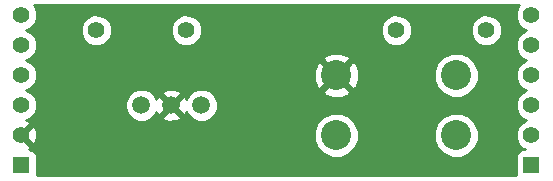
<source format=gbl>
G04 (created by PCBNEW (2013-jul-07)-stable) date Thu 18 Dec 2014 12:40:28 PM EET*
%MOIN*%
G04 Gerber Fmt 3.4, Leading zero omitted, Abs format*
%FSLAX34Y34*%
G01*
G70*
G90*
G04 APERTURE LIST*
%ADD10C,0.00590551*%
%ADD11C,0.0590551*%
%ADD12C,0.1*%
%ADD13C,0.055*%
%ADD14R,0.055X0.055*%
%ADD15C,0.01*%
G04 APERTURE END LIST*
G54D10*
G54D11*
X76000Y-57000D03*
X77000Y-57000D03*
X75000Y-57000D03*
G54D12*
X81500Y-56000D03*
X85500Y-58000D03*
X85500Y-56000D03*
X81500Y-58000D03*
G54D13*
X76500Y-54500D03*
X73500Y-54500D03*
X86500Y-54500D03*
X83500Y-54500D03*
G54D14*
X71000Y-59000D03*
G54D13*
X71000Y-58000D03*
X71000Y-57000D03*
X71000Y-56000D03*
X71000Y-55000D03*
X71000Y-54000D03*
G54D14*
X88000Y-59000D03*
G54D13*
X88000Y-58000D03*
X88000Y-57000D03*
X88000Y-56000D03*
X88000Y-55000D03*
X88000Y-54000D03*
G54D10*
G36*
X87835Y-57500D02*
X87703Y-57554D01*
X87555Y-57702D01*
X87475Y-57895D01*
X87474Y-58103D01*
X87554Y-58297D01*
X87702Y-58444D01*
X87774Y-58474D01*
X87675Y-58474D01*
X87583Y-58512D01*
X87513Y-58583D01*
X87475Y-58675D01*
X87474Y-58774D01*
X87474Y-59324D01*
X87477Y-59330D01*
X87025Y-59330D01*
X87025Y-54396D01*
X86945Y-54203D01*
X86797Y-54055D01*
X86604Y-53975D01*
X86396Y-53974D01*
X86203Y-54054D01*
X86055Y-54202D01*
X85975Y-54395D01*
X85974Y-54603D01*
X86054Y-54797D01*
X86202Y-54944D01*
X86395Y-55024D01*
X86603Y-55025D01*
X86797Y-54945D01*
X86944Y-54797D01*
X87024Y-54604D01*
X87025Y-54396D01*
X87025Y-59330D01*
X86250Y-59330D01*
X86250Y-57851D01*
X86250Y-55851D01*
X86136Y-55575D01*
X85925Y-55364D01*
X85649Y-55250D01*
X85351Y-55249D01*
X85075Y-55363D01*
X84864Y-55574D01*
X84750Y-55850D01*
X84749Y-56148D01*
X84863Y-56424D01*
X85074Y-56635D01*
X85350Y-56749D01*
X85648Y-56750D01*
X85924Y-56636D01*
X86135Y-56425D01*
X86249Y-56149D01*
X86250Y-55851D01*
X86250Y-57851D01*
X86136Y-57575D01*
X85925Y-57364D01*
X85649Y-57250D01*
X85351Y-57249D01*
X85075Y-57363D01*
X84864Y-57574D01*
X84750Y-57850D01*
X84749Y-58148D01*
X84863Y-58424D01*
X85074Y-58635D01*
X85350Y-58749D01*
X85648Y-58750D01*
X85924Y-58636D01*
X86135Y-58425D01*
X86249Y-58149D01*
X86250Y-57851D01*
X86250Y-59330D01*
X84025Y-59330D01*
X84025Y-54396D01*
X83945Y-54203D01*
X83797Y-54055D01*
X83604Y-53975D01*
X83396Y-53974D01*
X83203Y-54054D01*
X83055Y-54202D01*
X82975Y-54395D01*
X82974Y-54603D01*
X83054Y-54797D01*
X83202Y-54944D01*
X83395Y-55024D01*
X83603Y-55025D01*
X83797Y-54945D01*
X83944Y-54797D01*
X84024Y-54604D01*
X84025Y-54396D01*
X84025Y-59330D01*
X82253Y-59330D01*
X82253Y-56129D01*
X82245Y-55831D01*
X82146Y-55591D01*
X82030Y-55540D01*
X81959Y-55610D01*
X81959Y-55469D01*
X81908Y-55353D01*
X81629Y-55246D01*
X81331Y-55254D01*
X81091Y-55353D01*
X81040Y-55469D01*
X81500Y-55929D01*
X81959Y-55469D01*
X81959Y-55610D01*
X81570Y-56000D01*
X82030Y-56459D01*
X82146Y-56408D01*
X82253Y-56129D01*
X82253Y-59330D01*
X82250Y-59330D01*
X82250Y-57851D01*
X82136Y-57575D01*
X81959Y-57399D01*
X81959Y-56530D01*
X81500Y-56070D01*
X81429Y-56141D01*
X81429Y-56000D01*
X80969Y-55540D01*
X80853Y-55591D01*
X80746Y-55870D01*
X80754Y-56168D01*
X80853Y-56408D01*
X80969Y-56459D01*
X81429Y-56000D01*
X81429Y-56141D01*
X81040Y-56530D01*
X81091Y-56646D01*
X81370Y-56753D01*
X81668Y-56745D01*
X81908Y-56646D01*
X81959Y-56530D01*
X81959Y-57399D01*
X81925Y-57364D01*
X81649Y-57250D01*
X81351Y-57249D01*
X81075Y-57363D01*
X80864Y-57574D01*
X80750Y-57850D01*
X80749Y-58148D01*
X80863Y-58424D01*
X81074Y-58635D01*
X81350Y-58749D01*
X81648Y-58750D01*
X81924Y-58636D01*
X82135Y-58425D01*
X82249Y-58149D01*
X82250Y-57851D01*
X82250Y-59330D01*
X77545Y-59330D01*
X77545Y-56892D01*
X77462Y-56691D01*
X77309Y-56538D01*
X77108Y-56454D01*
X77025Y-56454D01*
X77025Y-54396D01*
X76945Y-54203D01*
X76797Y-54055D01*
X76604Y-53975D01*
X76396Y-53974D01*
X76203Y-54054D01*
X76055Y-54202D01*
X75975Y-54395D01*
X75974Y-54603D01*
X76054Y-54797D01*
X76202Y-54944D01*
X76395Y-55024D01*
X76603Y-55025D01*
X76797Y-54945D01*
X76944Y-54797D01*
X77024Y-54604D01*
X77025Y-54396D01*
X77025Y-56454D01*
X76892Y-56454D01*
X76691Y-56537D01*
X76538Y-56690D01*
X76502Y-56775D01*
X76477Y-56714D01*
X76382Y-56688D01*
X76311Y-56758D01*
X76311Y-56617D01*
X76285Y-56522D01*
X76080Y-56449D01*
X75863Y-56460D01*
X75714Y-56522D01*
X75688Y-56617D01*
X76000Y-56929D01*
X76311Y-56617D01*
X76311Y-56758D01*
X76070Y-57000D01*
X76382Y-57311D01*
X76477Y-57285D01*
X76500Y-57219D01*
X76537Y-57308D01*
X76690Y-57461D01*
X76891Y-57545D01*
X77107Y-57545D01*
X77308Y-57462D01*
X77461Y-57309D01*
X77545Y-57108D01*
X77545Y-56892D01*
X77545Y-59330D01*
X76311Y-59330D01*
X76311Y-57382D01*
X76000Y-57070D01*
X75929Y-57141D01*
X75929Y-57000D01*
X75617Y-56688D01*
X75522Y-56714D01*
X75499Y-56780D01*
X75462Y-56691D01*
X75309Y-56538D01*
X75108Y-56454D01*
X74892Y-56454D01*
X74691Y-56537D01*
X74538Y-56690D01*
X74454Y-56891D01*
X74454Y-57107D01*
X74537Y-57308D01*
X74690Y-57461D01*
X74891Y-57545D01*
X75107Y-57545D01*
X75308Y-57462D01*
X75461Y-57309D01*
X75497Y-57224D01*
X75522Y-57285D01*
X75617Y-57311D01*
X75929Y-57000D01*
X75929Y-57141D01*
X75688Y-57382D01*
X75714Y-57477D01*
X75919Y-57550D01*
X76136Y-57539D01*
X76285Y-57477D01*
X76311Y-57382D01*
X76311Y-59330D01*
X74025Y-59330D01*
X74025Y-54396D01*
X73945Y-54203D01*
X73797Y-54055D01*
X73604Y-53975D01*
X73396Y-53974D01*
X73203Y-54054D01*
X73055Y-54202D01*
X72975Y-54395D01*
X72974Y-54603D01*
X73054Y-54797D01*
X73202Y-54944D01*
X73395Y-55024D01*
X73603Y-55025D01*
X73797Y-54945D01*
X73944Y-54797D01*
X74024Y-54604D01*
X74025Y-54396D01*
X74025Y-59330D01*
X71529Y-59330D01*
X71529Y-58075D01*
X71518Y-57867D01*
X71460Y-57727D01*
X71367Y-57702D01*
X71070Y-58000D01*
X71367Y-58297D01*
X71460Y-58272D01*
X71529Y-58075D01*
X71529Y-59330D01*
X71522Y-59330D01*
X71524Y-59324D01*
X71525Y-59225D01*
X71525Y-58675D01*
X71487Y-58583D01*
X71416Y-58513D01*
X71324Y-58475D01*
X71237Y-58474D01*
X71272Y-58460D01*
X71297Y-58367D01*
X71000Y-58070D01*
X70994Y-58076D01*
X70923Y-58005D01*
X70929Y-58000D01*
X70923Y-57994D01*
X70994Y-57923D01*
X71000Y-57929D01*
X71297Y-57632D01*
X71272Y-57539D01*
X71162Y-57500D01*
X71297Y-57445D01*
X71444Y-57297D01*
X71524Y-57104D01*
X71525Y-56896D01*
X71445Y-56703D01*
X71297Y-56555D01*
X71164Y-56499D01*
X71297Y-56445D01*
X71444Y-56297D01*
X71524Y-56104D01*
X71525Y-55896D01*
X71445Y-55703D01*
X71297Y-55555D01*
X71164Y-55499D01*
X71297Y-55445D01*
X71444Y-55297D01*
X71524Y-55104D01*
X71525Y-54896D01*
X71445Y-54703D01*
X71297Y-54555D01*
X71164Y-54499D01*
X71297Y-54445D01*
X71444Y-54297D01*
X71524Y-54104D01*
X71525Y-53896D01*
X71445Y-53703D01*
X71412Y-53669D01*
X87587Y-53669D01*
X87555Y-53702D01*
X87475Y-53895D01*
X87474Y-54103D01*
X87554Y-54297D01*
X87702Y-54444D01*
X87835Y-54500D01*
X87703Y-54554D01*
X87555Y-54702D01*
X87475Y-54895D01*
X87474Y-55103D01*
X87554Y-55297D01*
X87702Y-55444D01*
X87835Y-55500D01*
X87703Y-55554D01*
X87555Y-55702D01*
X87475Y-55895D01*
X87474Y-56103D01*
X87554Y-56297D01*
X87702Y-56444D01*
X87835Y-56500D01*
X87703Y-56554D01*
X87555Y-56702D01*
X87475Y-56895D01*
X87474Y-57103D01*
X87554Y-57297D01*
X87702Y-57444D01*
X87835Y-57500D01*
X87835Y-57500D01*
G37*
G54D15*
X87835Y-57500D02*
X87703Y-57554D01*
X87555Y-57702D01*
X87475Y-57895D01*
X87474Y-58103D01*
X87554Y-58297D01*
X87702Y-58444D01*
X87774Y-58474D01*
X87675Y-58474D01*
X87583Y-58512D01*
X87513Y-58583D01*
X87475Y-58675D01*
X87474Y-58774D01*
X87474Y-59324D01*
X87477Y-59330D01*
X87025Y-59330D01*
X87025Y-54396D01*
X86945Y-54203D01*
X86797Y-54055D01*
X86604Y-53975D01*
X86396Y-53974D01*
X86203Y-54054D01*
X86055Y-54202D01*
X85975Y-54395D01*
X85974Y-54603D01*
X86054Y-54797D01*
X86202Y-54944D01*
X86395Y-55024D01*
X86603Y-55025D01*
X86797Y-54945D01*
X86944Y-54797D01*
X87024Y-54604D01*
X87025Y-54396D01*
X87025Y-59330D01*
X86250Y-59330D01*
X86250Y-57851D01*
X86250Y-55851D01*
X86136Y-55575D01*
X85925Y-55364D01*
X85649Y-55250D01*
X85351Y-55249D01*
X85075Y-55363D01*
X84864Y-55574D01*
X84750Y-55850D01*
X84749Y-56148D01*
X84863Y-56424D01*
X85074Y-56635D01*
X85350Y-56749D01*
X85648Y-56750D01*
X85924Y-56636D01*
X86135Y-56425D01*
X86249Y-56149D01*
X86250Y-55851D01*
X86250Y-57851D01*
X86136Y-57575D01*
X85925Y-57364D01*
X85649Y-57250D01*
X85351Y-57249D01*
X85075Y-57363D01*
X84864Y-57574D01*
X84750Y-57850D01*
X84749Y-58148D01*
X84863Y-58424D01*
X85074Y-58635D01*
X85350Y-58749D01*
X85648Y-58750D01*
X85924Y-58636D01*
X86135Y-58425D01*
X86249Y-58149D01*
X86250Y-57851D01*
X86250Y-59330D01*
X84025Y-59330D01*
X84025Y-54396D01*
X83945Y-54203D01*
X83797Y-54055D01*
X83604Y-53975D01*
X83396Y-53974D01*
X83203Y-54054D01*
X83055Y-54202D01*
X82975Y-54395D01*
X82974Y-54603D01*
X83054Y-54797D01*
X83202Y-54944D01*
X83395Y-55024D01*
X83603Y-55025D01*
X83797Y-54945D01*
X83944Y-54797D01*
X84024Y-54604D01*
X84025Y-54396D01*
X84025Y-59330D01*
X82253Y-59330D01*
X82253Y-56129D01*
X82245Y-55831D01*
X82146Y-55591D01*
X82030Y-55540D01*
X81959Y-55610D01*
X81959Y-55469D01*
X81908Y-55353D01*
X81629Y-55246D01*
X81331Y-55254D01*
X81091Y-55353D01*
X81040Y-55469D01*
X81500Y-55929D01*
X81959Y-55469D01*
X81959Y-55610D01*
X81570Y-56000D01*
X82030Y-56459D01*
X82146Y-56408D01*
X82253Y-56129D01*
X82253Y-59330D01*
X82250Y-59330D01*
X82250Y-57851D01*
X82136Y-57575D01*
X81959Y-57399D01*
X81959Y-56530D01*
X81500Y-56070D01*
X81429Y-56141D01*
X81429Y-56000D01*
X80969Y-55540D01*
X80853Y-55591D01*
X80746Y-55870D01*
X80754Y-56168D01*
X80853Y-56408D01*
X80969Y-56459D01*
X81429Y-56000D01*
X81429Y-56141D01*
X81040Y-56530D01*
X81091Y-56646D01*
X81370Y-56753D01*
X81668Y-56745D01*
X81908Y-56646D01*
X81959Y-56530D01*
X81959Y-57399D01*
X81925Y-57364D01*
X81649Y-57250D01*
X81351Y-57249D01*
X81075Y-57363D01*
X80864Y-57574D01*
X80750Y-57850D01*
X80749Y-58148D01*
X80863Y-58424D01*
X81074Y-58635D01*
X81350Y-58749D01*
X81648Y-58750D01*
X81924Y-58636D01*
X82135Y-58425D01*
X82249Y-58149D01*
X82250Y-57851D01*
X82250Y-59330D01*
X77545Y-59330D01*
X77545Y-56892D01*
X77462Y-56691D01*
X77309Y-56538D01*
X77108Y-56454D01*
X77025Y-56454D01*
X77025Y-54396D01*
X76945Y-54203D01*
X76797Y-54055D01*
X76604Y-53975D01*
X76396Y-53974D01*
X76203Y-54054D01*
X76055Y-54202D01*
X75975Y-54395D01*
X75974Y-54603D01*
X76054Y-54797D01*
X76202Y-54944D01*
X76395Y-55024D01*
X76603Y-55025D01*
X76797Y-54945D01*
X76944Y-54797D01*
X77024Y-54604D01*
X77025Y-54396D01*
X77025Y-56454D01*
X76892Y-56454D01*
X76691Y-56537D01*
X76538Y-56690D01*
X76502Y-56775D01*
X76477Y-56714D01*
X76382Y-56688D01*
X76311Y-56758D01*
X76311Y-56617D01*
X76285Y-56522D01*
X76080Y-56449D01*
X75863Y-56460D01*
X75714Y-56522D01*
X75688Y-56617D01*
X76000Y-56929D01*
X76311Y-56617D01*
X76311Y-56758D01*
X76070Y-57000D01*
X76382Y-57311D01*
X76477Y-57285D01*
X76500Y-57219D01*
X76537Y-57308D01*
X76690Y-57461D01*
X76891Y-57545D01*
X77107Y-57545D01*
X77308Y-57462D01*
X77461Y-57309D01*
X77545Y-57108D01*
X77545Y-56892D01*
X77545Y-59330D01*
X76311Y-59330D01*
X76311Y-57382D01*
X76000Y-57070D01*
X75929Y-57141D01*
X75929Y-57000D01*
X75617Y-56688D01*
X75522Y-56714D01*
X75499Y-56780D01*
X75462Y-56691D01*
X75309Y-56538D01*
X75108Y-56454D01*
X74892Y-56454D01*
X74691Y-56537D01*
X74538Y-56690D01*
X74454Y-56891D01*
X74454Y-57107D01*
X74537Y-57308D01*
X74690Y-57461D01*
X74891Y-57545D01*
X75107Y-57545D01*
X75308Y-57462D01*
X75461Y-57309D01*
X75497Y-57224D01*
X75522Y-57285D01*
X75617Y-57311D01*
X75929Y-57000D01*
X75929Y-57141D01*
X75688Y-57382D01*
X75714Y-57477D01*
X75919Y-57550D01*
X76136Y-57539D01*
X76285Y-57477D01*
X76311Y-57382D01*
X76311Y-59330D01*
X74025Y-59330D01*
X74025Y-54396D01*
X73945Y-54203D01*
X73797Y-54055D01*
X73604Y-53975D01*
X73396Y-53974D01*
X73203Y-54054D01*
X73055Y-54202D01*
X72975Y-54395D01*
X72974Y-54603D01*
X73054Y-54797D01*
X73202Y-54944D01*
X73395Y-55024D01*
X73603Y-55025D01*
X73797Y-54945D01*
X73944Y-54797D01*
X74024Y-54604D01*
X74025Y-54396D01*
X74025Y-59330D01*
X71529Y-59330D01*
X71529Y-58075D01*
X71518Y-57867D01*
X71460Y-57727D01*
X71367Y-57702D01*
X71070Y-58000D01*
X71367Y-58297D01*
X71460Y-58272D01*
X71529Y-58075D01*
X71529Y-59330D01*
X71522Y-59330D01*
X71524Y-59324D01*
X71525Y-59225D01*
X71525Y-58675D01*
X71487Y-58583D01*
X71416Y-58513D01*
X71324Y-58475D01*
X71237Y-58474D01*
X71272Y-58460D01*
X71297Y-58367D01*
X71000Y-58070D01*
X70994Y-58076D01*
X70923Y-58005D01*
X70929Y-58000D01*
X70923Y-57994D01*
X70994Y-57923D01*
X71000Y-57929D01*
X71297Y-57632D01*
X71272Y-57539D01*
X71162Y-57500D01*
X71297Y-57445D01*
X71444Y-57297D01*
X71524Y-57104D01*
X71525Y-56896D01*
X71445Y-56703D01*
X71297Y-56555D01*
X71164Y-56499D01*
X71297Y-56445D01*
X71444Y-56297D01*
X71524Y-56104D01*
X71525Y-55896D01*
X71445Y-55703D01*
X71297Y-55555D01*
X71164Y-55499D01*
X71297Y-55445D01*
X71444Y-55297D01*
X71524Y-55104D01*
X71525Y-54896D01*
X71445Y-54703D01*
X71297Y-54555D01*
X71164Y-54499D01*
X71297Y-54445D01*
X71444Y-54297D01*
X71524Y-54104D01*
X71525Y-53896D01*
X71445Y-53703D01*
X71412Y-53669D01*
X87587Y-53669D01*
X87555Y-53702D01*
X87475Y-53895D01*
X87474Y-54103D01*
X87554Y-54297D01*
X87702Y-54444D01*
X87835Y-54500D01*
X87703Y-54554D01*
X87555Y-54702D01*
X87475Y-54895D01*
X87474Y-55103D01*
X87554Y-55297D01*
X87702Y-55444D01*
X87835Y-55500D01*
X87703Y-55554D01*
X87555Y-55702D01*
X87475Y-55895D01*
X87474Y-56103D01*
X87554Y-56297D01*
X87702Y-56444D01*
X87835Y-56500D01*
X87703Y-56554D01*
X87555Y-56702D01*
X87475Y-56895D01*
X87474Y-57103D01*
X87554Y-57297D01*
X87702Y-57444D01*
X87835Y-57500D01*
M02*

</source>
